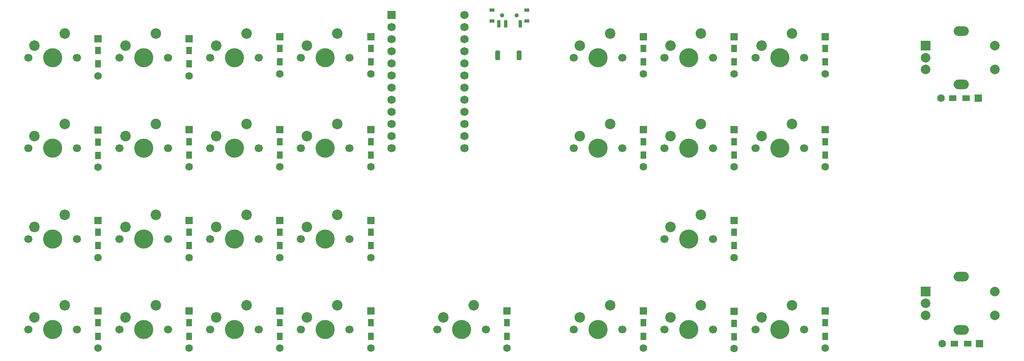
<source format=gts>
%TF.GenerationSoftware,KiCad,Pcbnew,(6.0.7-1)-1*%
%TF.CreationDate,2022-09-14T08:57:37+02:00*%
%TF.ProjectId,yts-pcb,7974732d-7063-4622-9e6b-696361645f70,rev?*%
%TF.SameCoordinates,Original*%
%TF.FileFunction,Soldermask,Top*%
%TF.FilePolarity,Negative*%
%FSLAX46Y46*%
G04 Gerber Fmt 4.6, Leading zero omitted, Abs format (unit mm)*
G04 Created by KiCad (PCBNEW (6.0.7-1)-1) date 2022-09-14 08:57:37*
%MOMM*%
%LPD*%
G01*
G04 APERTURE LIST*
G04 Aperture macros list*
%AMRoundRect*
0 Rectangle with rounded corners*
0 $1 Rounding radius*
0 $2 $3 $4 $5 $6 $7 $8 $9 X,Y pos of 4 corners*
0 Add a 4 corners polygon primitive as box body*
4,1,4,$2,$3,$4,$5,$6,$7,$8,$9,$2,$3,0*
0 Add four circle primitives for the rounded corners*
1,1,$1+$1,$2,$3*
1,1,$1+$1,$4,$5*
1,1,$1+$1,$6,$7*
1,1,$1+$1,$8,$9*
0 Add four rect primitives between the rounded corners*
20,1,$1+$1,$2,$3,$4,$5,0*
20,1,$1+$1,$4,$5,$6,$7,0*
20,1,$1+$1,$6,$7,$8,$9,0*
20,1,$1+$1,$8,$9,$2,$3,0*%
G04 Aperture macros list end*
%ADD10C,1.700000*%
%ADD11C,4.000000*%
%ADD12C,2.200000*%
%ADD13O,3.200000X2.000000*%
%ADD14R,2.000000X2.000000*%
%ADD15C,2.000000*%
%ADD16RoundRect,0.250000X-0.250000X-0.750000X0.250000X-0.750000X0.250000X0.750000X-0.250000X0.750000X0*%
%ADD17R,1.752600X1.752600*%
%ADD18C,1.752600*%
%ADD19R,1.000000X0.800000*%
%ADD20C,0.900000*%
%ADD21R,0.700000X1.500000*%
%ADD22R,1.600000X1.200000*%
%ADD23R,1.600000X1.600000*%
%ADD24C,1.600000*%
%ADD25R,1.200000X1.600000*%
G04 APERTURE END LIST*
D10*
%TO.C,SW11*%
X83420000Y-70500000D03*
X93580000Y-70500000D03*
D11*
X88500000Y-70500000D03*
D12*
X91040000Y-65420000D03*
X84690000Y-67960000D03*
%TD*%
D10*
%TO.C,SW3*%
X45420000Y-70500000D03*
D11*
X50500000Y-70500000D03*
D10*
X55580000Y-70500000D03*
D12*
X53040000Y-65420000D03*
X46690000Y-67960000D03*
%TD*%
D13*
%TO.C,SW30*%
X240500000Y-97400000D03*
X240500000Y-108600000D03*
D14*
X233000000Y-100500000D03*
D15*
X233000000Y-105500000D03*
X233000000Y-103000000D03*
X247500000Y-105500000D03*
X247500000Y-100500000D03*
%TD*%
D10*
%TO.C,SW6*%
X64420000Y-51500000D03*
X74580000Y-51500000D03*
D11*
X69500000Y-51500000D03*
D12*
X72040000Y-46420000D03*
X65690000Y-48960000D03*
%TD*%
D11*
%TO.C,SW14*%
X107500000Y-51500000D03*
D10*
X112580000Y-51500000D03*
X102420000Y-51500000D03*
D12*
X110040000Y-46420000D03*
X103690000Y-48960000D03*
%TD*%
D11*
%TO.C,SW17*%
X107500000Y-108500000D03*
D10*
X102420000Y-108500000D03*
X112580000Y-108500000D03*
D12*
X110040000Y-103420000D03*
X103690000Y-105960000D03*
%TD*%
D11*
%TO.C,SW13*%
X88500000Y-108500000D03*
D10*
X93580000Y-108500000D03*
X83420000Y-108500000D03*
D12*
X91040000Y-103420000D03*
X84690000Y-105960000D03*
%TD*%
D10*
%TO.C,SW12*%
X83420000Y-89500000D03*
D11*
X88500000Y-89500000D03*
D10*
X93580000Y-89500000D03*
D12*
X91040000Y-84420000D03*
X84690000Y-86960000D03*
%TD*%
D11*
%TO.C,SW10*%
X88500000Y-51500000D03*
D10*
X83420000Y-51500000D03*
X93580000Y-51500000D03*
D12*
X91040000Y-46420000D03*
X84690000Y-48960000D03*
%TD*%
D11*
%TO.C,SW5*%
X50500000Y-108500000D03*
D10*
X45420000Y-108500000D03*
X55580000Y-108500000D03*
D12*
X53040000Y-103420000D03*
X46690000Y-105960000D03*
%TD*%
D10*
%TO.C,SW15*%
X102420000Y-70500000D03*
D11*
X107500000Y-70500000D03*
D10*
X112580000Y-70500000D03*
D12*
X110040000Y-65420000D03*
X103690000Y-67960000D03*
%TD*%
D11*
%TO.C,SW16*%
X107500000Y-89500000D03*
D10*
X112580000Y-89500000D03*
X102420000Y-89500000D03*
D12*
X110040000Y-84420000D03*
X103690000Y-86960000D03*
%TD*%
D10*
%TO.C,SW8*%
X64420000Y-89500000D03*
X74580000Y-89500000D03*
D11*
X69500000Y-89500000D03*
D12*
X72040000Y-84420000D03*
X65690000Y-86960000D03*
%TD*%
D10*
%TO.C,SW27*%
X207580000Y-108500000D03*
X197420000Y-108500000D03*
D11*
X202500000Y-108500000D03*
D12*
X205040000Y-103420000D03*
X198690000Y-105960000D03*
%TD*%
D10*
%TO.C,SW18*%
X159420000Y-51500000D03*
D11*
X164500000Y-51500000D03*
D10*
X169580000Y-51500000D03*
D12*
X167040000Y-46420000D03*
X160690000Y-48960000D03*
%TD*%
D11*
%TO.C,SW4*%
X50500000Y-89500000D03*
D10*
X55580000Y-89500000D03*
X45420000Y-89500000D03*
D12*
X53040000Y-84420000D03*
X46690000Y-86960000D03*
%TD*%
D16*
%TO.C,J1*%
X148000000Y-51000000D03*
%TD*%
D10*
%TO.C,SW26*%
X197420000Y-70500000D03*
D11*
X202500000Y-70500000D03*
D10*
X207580000Y-70500000D03*
D12*
X205040000Y-65420000D03*
X198690000Y-67960000D03*
%TD*%
D10*
%TO.C,SW24*%
X188580000Y-108500000D03*
X178420000Y-108500000D03*
D11*
X183500000Y-108500000D03*
D12*
X186040000Y-103420000D03*
X179690000Y-105960000D03*
%TD*%
D10*
%TO.C,SW23*%
X178420000Y-89500000D03*
X188580000Y-89500000D03*
D11*
X183500000Y-89500000D03*
D12*
X186040000Y-84420000D03*
X179690000Y-86960000D03*
%TD*%
D17*
%TO.C,U1*%
X121380000Y-42530000D03*
D18*
X121380000Y-45070000D03*
X121380000Y-47610000D03*
X121380000Y-50150000D03*
X121380000Y-52690000D03*
X121380000Y-55230000D03*
X121380000Y-57770000D03*
X121380000Y-60310000D03*
X121380000Y-62850000D03*
X121380000Y-65390000D03*
X121380000Y-67930000D03*
X121380000Y-70470000D03*
X136620000Y-70470000D03*
X136620000Y-67930000D03*
X136620000Y-65390000D03*
X136620000Y-62850000D03*
X136620000Y-60310000D03*
X136620000Y-57770000D03*
X136620000Y-55230000D03*
X136620000Y-52690000D03*
X136620000Y-50150000D03*
X136620000Y-47610000D03*
X136620000Y-45070000D03*
X136620000Y-42530000D03*
%TD*%
D11*
%TO.C,SW21*%
X183500000Y-51500000D03*
D10*
X178420000Y-51500000D03*
X188580000Y-51500000D03*
D12*
X186040000Y-46420000D03*
X179690000Y-48960000D03*
%TD*%
D13*
%TO.C,SW29*%
X240500000Y-45900000D03*
X240500000Y-57100000D03*
D14*
X233000000Y-49000000D03*
D15*
X233000000Y-54000000D03*
X233000000Y-51500000D03*
X247500000Y-54000000D03*
X247500000Y-49000000D03*
%TD*%
D16*
%TO.C,J2*%
X143500000Y-51000000D03*
%TD*%
D10*
%TO.C,SW25*%
X197420000Y-51500000D03*
D11*
X202500000Y-51500000D03*
D10*
X207580000Y-51500000D03*
D12*
X205040000Y-46420000D03*
X198690000Y-48960000D03*
%TD*%
D10*
%TO.C,SW28*%
X130920000Y-108500000D03*
X141080000Y-108500000D03*
D11*
X136000000Y-108500000D03*
D12*
X138540000Y-103420000D03*
X132190000Y-105960000D03*
%TD*%
D10*
%TO.C,SW9*%
X74580000Y-108500000D03*
X64420000Y-108500000D03*
D11*
X69500000Y-108500000D03*
D12*
X72040000Y-103420000D03*
X65690000Y-105960000D03*
%TD*%
D11*
%TO.C,SW7*%
X69500000Y-70500000D03*
D10*
X64420000Y-70500000D03*
X74580000Y-70500000D03*
D12*
X72040000Y-65420000D03*
X65690000Y-67960000D03*
%TD*%
D10*
%TO.C,SW19*%
X159420000Y-70500000D03*
D11*
X164500000Y-70500000D03*
D10*
X169580000Y-70500000D03*
D12*
X167040000Y-65420000D03*
X160690000Y-67960000D03*
%TD*%
D11*
%TO.C,SW2*%
X50500000Y-51500000D03*
D10*
X45420000Y-51500000D03*
X55580000Y-51500000D03*
D12*
X53040000Y-46420000D03*
X46690000Y-48960000D03*
%TD*%
D11*
%TO.C,SW22*%
X183500000Y-70500000D03*
D10*
X188580000Y-70500000D03*
X178420000Y-70500000D03*
D12*
X186040000Y-65420000D03*
X179690000Y-67960000D03*
%TD*%
D19*
%TO.C,SW1*%
X142350000Y-43780000D03*
X142350000Y-41570000D03*
D20*
X147500000Y-42670000D03*
D19*
X149650000Y-43780000D03*
D20*
X144500000Y-42670000D03*
D19*
X149650000Y-41570000D03*
D21*
X148250000Y-44430000D03*
X145250000Y-44430000D03*
X143750000Y-44430000D03*
%TD*%
D10*
%TO.C,SW20*%
X159420000Y-108500000D03*
D11*
X164500000Y-108500000D03*
D10*
X169580000Y-108500000D03*
D12*
X167040000Y-103420000D03*
X160690000Y-105960000D03*
%TD*%
D22*
%TO.C,D27*%
X241500000Y-60000000D03*
D23*
X244000000Y-60000000D03*
D24*
X236200000Y-60000000D03*
D22*
X238700000Y-60000000D03*
%TD*%
D25*
%TO.C,D19*%
X174000000Y-107100000D03*
D23*
X174000000Y-104600000D03*
D25*
X174000000Y-109900000D03*
D24*
X174000000Y-112400000D03*
%TD*%
D23*
%TO.C,D8*%
X79000000Y-104600000D03*
D25*
X79000000Y-107100000D03*
D24*
X79000000Y-112400000D03*
D25*
X79000000Y-109900000D03*
%TD*%
%TO.C,D15*%
X117000000Y-88100000D03*
D23*
X117000000Y-85600000D03*
D24*
X117000000Y-93400000D03*
D25*
X117000000Y-90900000D03*
%TD*%
%TO.C,D1*%
X60000000Y-50000000D03*
D23*
X60000000Y-47500000D03*
D24*
X60000000Y-55300000D03*
D25*
X60000000Y-52800000D03*
%TD*%
D23*
%TO.C,D11*%
X98000000Y-85600000D03*
D25*
X98000000Y-88100000D03*
X98000000Y-90900000D03*
D24*
X98000000Y-93400000D03*
%TD*%
D23*
%TO.C,D25*%
X212000000Y-66600000D03*
D25*
X212000000Y-69100000D03*
X212000000Y-71900000D03*
D24*
X212000000Y-74400000D03*
%TD*%
D25*
%TO.C,D3*%
X60000000Y-88100000D03*
D23*
X60000000Y-85600000D03*
D24*
X60000000Y-93400000D03*
D25*
X60000000Y-90900000D03*
%TD*%
D23*
%TO.C,D17*%
X174000000Y-47100000D03*
D25*
X174000000Y-49600000D03*
D24*
X174000000Y-54900000D03*
D25*
X174000000Y-52400000D03*
%TD*%
D23*
%TO.C,D13*%
X117000000Y-47100000D03*
D25*
X117000000Y-49600000D03*
X117000000Y-52400000D03*
D24*
X117000000Y-54900000D03*
%TD*%
D23*
%TO.C,D29*%
X244300000Y-111500000D03*
D22*
X241800000Y-111500000D03*
X239000000Y-111500000D03*
D24*
X236500000Y-111500000D03*
%TD*%
D23*
%TO.C,D22*%
X193000000Y-85600000D03*
D25*
X193000000Y-88100000D03*
X193000000Y-90900000D03*
D24*
X193000000Y-93400000D03*
%TD*%
D25*
%TO.C,D6*%
X79000000Y-69100000D03*
D23*
X79000000Y-66600000D03*
D25*
X79000000Y-71900000D03*
D24*
X79000000Y-74400000D03*
%TD*%
D23*
%TO.C,D12*%
X98000000Y-104600000D03*
D25*
X98000000Y-107100000D03*
D24*
X98000000Y-112400000D03*
D25*
X98000000Y-109900000D03*
%TD*%
D23*
%TO.C,D4*%
X60000000Y-104600000D03*
D25*
X60000000Y-107100000D03*
X60000000Y-109900000D03*
D24*
X60000000Y-112400000D03*
%TD*%
D23*
%TO.C,D26*%
X212000000Y-104600000D03*
D25*
X212000000Y-107100000D03*
D24*
X212000000Y-112400000D03*
D25*
X212000000Y-109900000D03*
%TD*%
%TO.C,D16*%
X117000000Y-107100000D03*
D23*
X117000000Y-104600000D03*
D24*
X117000000Y-112400000D03*
D25*
X117000000Y-109900000D03*
%TD*%
%TO.C,D7*%
X79000000Y-88100000D03*
D23*
X79000000Y-85600000D03*
D24*
X79000000Y-93400000D03*
D25*
X79000000Y-90900000D03*
%TD*%
%TO.C,D20*%
X193000000Y-49600000D03*
D23*
X193000000Y-47100000D03*
D25*
X193000000Y-52400000D03*
D24*
X193000000Y-54900000D03*
%TD*%
D25*
%TO.C,D18*%
X174000000Y-69100000D03*
D23*
X174000000Y-66600000D03*
D25*
X174000000Y-71900000D03*
D24*
X174000000Y-74400000D03*
%TD*%
D23*
%TO.C,D2*%
X60000000Y-66700000D03*
D25*
X60000000Y-69200000D03*
X60000000Y-72000000D03*
D24*
X60000000Y-74500000D03*
%TD*%
D25*
%TO.C,D9*%
X98000000Y-49600000D03*
D23*
X98000000Y-47100000D03*
D25*
X98000000Y-52400000D03*
D24*
X98000000Y-54900000D03*
%TD*%
D23*
%TO.C,D24*%
X212000000Y-47100000D03*
D25*
X212000000Y-49600000D03*
X212000000Y-52400000D03*
D24*
X212000000Y-54900000D03*
%TD*%
D25*
%TO.C,D28*%
X145500000Y-107100000D03*
D23*
X145500000Y-104600000D03*
D25*
X145500000Y-109900000D03*
D24*
X145500000Y-112400000D03*
%TD*%
D23*
%TO.C,D14*%
X117000000Y-66600000D03*
D25*
X117000000Y-69100000D03*
D24*
X117000000Y-74400000D03*
D25*
X117000000Y-71900000D03*
%TD*%
%TO.C,D10*%
X98000000Y-69100000D03*
D23*
X98000000Y-66600000D03*
D25*
X98000000Y-71900000D03*
D24*
X98000000Y-74400000D03*
%TD*%
D23*
%TO.C,D23*%
X193000000Y-104700000D03*
D25*
X193000000Y-107200000D03*
X193000000Y-110000000D03*
D24*
X193000000Y-112500000D03*
%TD*%
D23*
%TO.C,D21*%
X193000000Y-66600000D03*
D25*
X193000000Y-69100000D03*
D24*
X193000000Y-74400000D03*
D25*
X193000000Y-71900000D03*
%TD*%
D23*
%TO.C,D5*%
X79000000Y-47500000D03*
D25*
X79000000Y-50000000D03*
X79000000Y-52800000D03*
D24*
X79000000Y-55300000D03*
%TD*%
M02*

</source>
